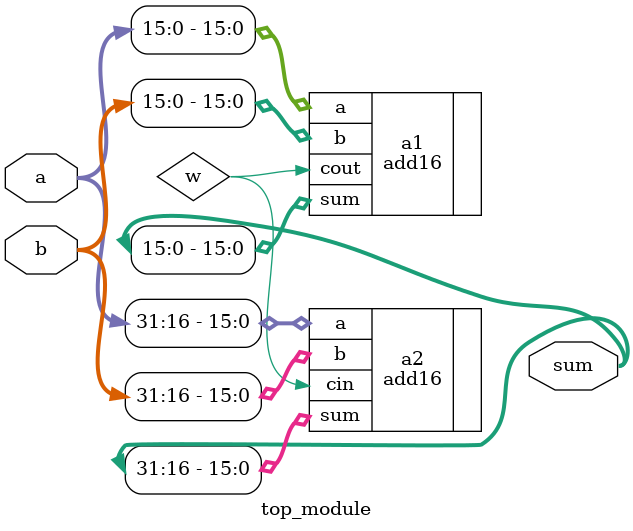
<source format=v>
module top_module(
    input [31:0] a,
    input [31:0] b,
    output [31:0] sum
);
     wire w;
    add16 a1(.a(a[15:0]),.b(b[15:0]),.sum(sum[15:0]),.cout(w));
    add16 a2(.a(a[31:16]),.b(b[31:16]),.cin(w),.sum(sum[31:16]));
    

endmodule

</source>
